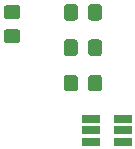
<source format=gbr>
G04 #@! TF.GenerationSoftware,KiCad,Pcbnew,5.0.2-bee76a0~70~ubuntu16.04.1*
G04 #@! TF.CreationDate,2019-11-30T17:31:12+01:00*
G04 #@! TF.ProjectId,bambule,62616d62-756c-4652-9e6b-696361645f70,rev?*
G04 #@! TF.SameCoordinates,Original*
G04 #@! TF.FileFunction,Paste,Top*
G04 #@! TF.FilePolarity,Positive*
%FSLAX46Y46*%
G04 Gerber Fmt 4.6, Leading zero omitted, Abs format (unit mm)*
G04 Created by KiCad (PCBNEW 5.0.2-bee76a0~70~ubuntu16.04.1) date Sat 30 Nov 2019 05:31:12 PM CET*
%MOMM*%
%LPD*%
G01*
G04 APERTURE LIST*
%ADD10C,0.100000*%
%ADD11C,1.150000*%
%ADD12R,1.560000X0.650000*%
G04 APERTURE END LIST*
D10*
G04 #@! TO.C,R1*
G36*
X76474505Y-100451204D02*
X76498773Y-100454804D01*
X76522572Y-100460765D01*
X76545671Y-100469030D01*
X76567850Y-100479520D01*
X76588893Y-100492132D01*
X76608599Y-100506747D01*
X76626777Y-100523223D01*
X76643253Y-100541401D01*
X76657868Y-100561107D01*
X76670480Y-100582150D01*
X76680970Y-100604329D01*
X76689235Y-100627428D01*
X76695196Y-100651227D01*
X76698796Y-100675495D01*
X76700000Y-100699999D01*
X76700000Y-101350001D01*
X76698796Y-101374505D01*
X76695196Y-101398773D01*
X76689235Y-101422572D01*
X76680970Y-101445671D01*
X76670480Y-101467850D01*
X76657868Y-101488893D01*
X76643253Y-101508599D01*
X76626777Y-101526777D01*
X76608599Y-101543253D01*
X76588893Y-101557868D01*
X76567850Y-101570480D01*
X76545671Y-101580970D01*
X76522572Y-101589235D01*
X76498773Y-101595196D01*
X76474505Y-101598796D01*
X76450001Y-101600000D01*
X75549999Y-101600000D01*
X75525495Y-101598796D01*
X75501227Y-101595196D01*
X75477428Y-101589235D01*
X75454329Y-101580970D01*
X75432150Y-101570480D01*
X75411107Y-101557868D01*
X75391401Y-101543253D01*
X75373223Y-101526777D01*
X75356747Y-101508599D01*
X75342132Y-101488893D01*
X75329520Y-101467850D01*
X75319030Y-101445671D01*
X75310765Y-101422572D01*
X75304804Y-101398773D01*
X75301204Y-101374505D01*
X75300000Y-101350001D01*
X75300000Y-100699999D01*
X75301204Y-100675495D01*
X75304804Y-100651227D01*
X75310765Y-100627428D01*
X75319030Y-100604329D01*
X75329520Y-100582150D01*
X75342132Y-100561107D01*
X75356747Y-100541401D01*
X75373223Y-100523223D01*
X75391401Y-100506747D01*
X75411107Y-100492132D01*
X75432150Y-100479520D01*
X75454329Y-100469030D01*
X75477428Y-100460765D01*
X75501227Y-100454804D01*
X75525495Y-100451204D01*
X75549999Y-100450000D01*
X76450001Y-100450000D01*
X76474505Y-100451204D01*
X76474505Y-100451204D01*
G37*
D11*
X76000000Y-101025000D03*
D10*
G36*
X76474505Y-98401204D02*
X76498773Y-98404804D01*
X76522572Y-98410765D01*
X76545671Y-98419030D01*
X76567850Y-98429520D01*
X76588893Y-98442132D01*
X76608599Y-98456747D01*
X76626777Y-98473223D01*
X76643253Y-98491401D01*
X76657868Y-98511107D01*
X76670480Y-98532150D01*
X76680970Y-98554329D01*
X76689235Y-98577428D01*
X76695196Y-98601227D01*
X76698796Y-98625495D01*
X76700000Y-98649999D01*
X76700000Y-99300001D01*
X76698796Y-99324505D01*
X76695196Y-99348773D01*
X76689235Y-99372572D01*
X76680970Y-99395671D01*
X76670480Y-99417850D01*
X76657868Y-99438893D01*
X76643253Y-99458599D01*
X76626777Y-99476777D01*
X76608599Y-99493253D01*
X76588893Y-99507868D01*
X76567850Y-99520480D01*
X76545671Y-99530970D01*
X76522572Y-99539235D01*
X76498773Y-99545196D01*
X76474505Y-99548796D01*
X76450001Y-99550000D01*
X75549999Y-99550000D01*
X75525495Y-99548796D01*
X75501227Y-99545196D01*
X75477428Y-99539235D01*
X75454329Y-99530970D01*
X75432150Y-99520480D01*
X75411107Y-99507868D01*
X75391401Y-99493253D01*
X75373223Y-99476777D01*
X75356747Y-99458599D01*
X75342132Y-99438893D01*
X75329520Y-99417850D01*
X75319030Y-99395671D01*
X75310765Y-99372572D01*
X75304804Y-99348773D01*
X75301204Y-99324505D01*
X75300000Y-99300001D01*
X75300000Y-98649999D01*
X75301204Y-98625495D01*
X75304804Y-98601227D01*
X75310765Y-98577428D01*
X75319030Y-98554329D01*
X75329520Y-98532150D01*
X75342132Y-98511107D01*
X75356747Y-98491401D01*
X75373223Y-98473223D01*
X75391401Y-98456747D01*
X75411107Y-98442132D01*
X75432150Y-98429520D01*
X75454329Y-98419030D01*
X75477428Y-98410765D01*
X75501227Y-98404804D01*
X75525495Y-98401204D01*
X75549999Y-98400000D01*
X76450001Y-98400000D01*
X76474505Y-98401204D01*
X76474505Y-98401204D01*
G37*
D11*
X76000000Y-98975000D03*
G04 #@! TD*
D10*
G04 #@! TO.C,R2*
G36*
X81324505Y-104301204D02*
X81348773Y-104304804D01*
X81372572Y-104310765D01*
X81395671Y-104319030D01*
X81417850Y-104329520D01*
X81438893Y-104342132D01*
X81458599Y-104356747D01*
X81476777Y-104373223D01*
X81493253Y-104391401D01*
X81507868Y-104411107D01*
X81520480Y-104432150D01*
X81530970Y-104454329D01*
X81539235Y-104477428D01*
X81545196Y-104501227D01*
X81548796Y-104525495D01*
X81550000Y-104549999D01*
X81550000Y-105450001D01*
X81548796Y-105474505D01*
X81545196Y-105498773D01*
X81539235Y-105522572D01*
X81530970Y-105545671D01*
X81520480Y-105567850D01*
X81507868Y-105588893D01*
X81493253Y-105608599D01*
X81476777Y-105626777D01*
X81458599Y-105643253D01*
X81438893Y-105657868D01*
X81417850Y-105670480D01*
X81395671Y-105680970D01*
X81372572Y-105689235D01*
X81348773Y-105695196D01*
X81324505Y-105698796D01*
X81300001Y-105700000D01*
X80649999Y-105700000D01*
X80625495Y-105698796D01*
X80601227Y-105695196D01*
X80577428Y-105689235D01*
X80554329Y-105680970D01*
X80532150Y-105670480D01*
X80511107Y-105657868D01*
X80491401Y-105643253D01*
X80473223Y-105626777D01*
X80456747Y-105608599D01*
X80442132Y-105588893D01*
X80429520Y-105567850D01*
X80419030Y-105545671D01*
X80410765Y-105522572D01*
X80404804Y-105498773D01*
X80401204Y-105474505D01*
X80400000Y-105450001D01*
X80400000Y-104549999D01*
X80401204Y-104525495D01*
X80404804Y-104501227D01*
X80410765Y-104477428D01*
X80419030Y-104454329D01*
X80429520Y-104432150D01*
X80442132Y-104411107D01*
X80456747Y-104391401D01*
X80473223Y-104373223D01*
X80491401Y-104356747D01*
X80511107Y-104342132D01*
X80532150Y-104329520D01*
X80554329Y-104319030D01*
X80577428Y-104310765D01*
X80601227Y-104304804D01*
X80625495Y-104301204D01*
X80649999Y-104300000D01*
X81300001Y-104300000D01*
X81324505Y-104301204D01*
X81324505Y-104301204D01*
G37*
D11*
X80975000Y-105000000D03*
D10*
G36*
X83374505Y-104301204D02*
X83398773Y-104304804D01*
X83422572Y-104310765D01*
X83445671Y-104319030D01*
X83467850Y-104329520D01*
X83488893Y-104342132D01*
X83508599Y-104356747D01*
X83526777Y-104373223D01*
X83543253Y-104391401D01*
X83557868Y-104411107D01*
X83570480Y-104432150D01*
X83580970Y-104454329D01*
X83589235Y-104477428D01*
X83595196Y-104501227D01*
X83598796Y-104525495D01*
X83600000Y-104549999D01*
X83600000Y-105450001D01*
X83598796Y-105474505D01*
X83595196Y-105498773D01*
X83589235Y-105522572D01*
X83580970Y-105545671D01*
X83570480Y-105567850D01*
X83557868Y-105588893D01*
X83543253Y-105608599D01*
X83526777Y-105626777D01*
X83508599Y-105643253D01*
X83488893Y-105657868D01*
X83467850Y-105670480D01*
X83445671Y-105680970D01*
X83422572Y-105689235D01*
X83398773Y-105695196D01*
X83374505Y-105698796D01*
X83350001Y-105700000D01*
X82699999Y-105700000D01*
X82675495Y-105698796D01*
X82651227Y-105695196D01*
X82627428Y-105689235D01*
X82604329Y-105680970D01*
X82582150Y-105670480D01*
X82561107Y-105657868D01*
X82541401Y-105643253D01*
X82523223Y-105626777D01*
X82506747Y-105608599D01*
X82492132Y-105588893D01*
X82479520Y-105567850D01*
X82469030Y-105545671D01*
X82460765Y-105522572D01*
X82454804Y-105498773D01*
X82451204Y-105474505D01*
X82450000Y-105450001D01*
X82450000Y-104549999D01*
X82451204Y-104525495D01*
X82454804Y-104501227D01*
X82460765Y-104477428D01*
X82469030Y-104454329D01*
X82479520Y-104432150D01*
X82492132Y-104411107D01*
X82506747Y-104391401D01*
X82523223Y-104373223D01*
X82541401Y-104356747D01*
X82561107Y-104342132D01*
X82582150Y-104329520D01*
X82604329Y-104319030D01*
X82627428Y-104310765D01*
X82651227Y-104304804D01*
X82675495Y-104301204D01*
X82699999Y-104300000D01*
X83350001Y-104300000D01*
X83374505Y-104301204D01*
X83374505Y-104301204D01*
G37*
D11*
X83025000Y-105000000D03*
G04 #@! TD*
D10*
G04 #@! TO.C,R3*
G36*
X83374505Y-101301204D02*
X83398773Y-101304804D01*
X83422572Y-101310765D01*
X83445671Y-101319030D01*
X83467850Y-101329520D01*
X83488893Y-101342132D01*
X83508599Y-101356747D01*
X83526777Y-101373223D01*
X83543253Y-101391401D01*
X83557868Y-101411107D01*
X83570480Y-101432150D01*
X83580970Y-101454329D01*
X83589235Y-101477428D01*
X83595196Y-101501227D01*
X83598796Y-101525495D01*
X83600000Y-101549999D01*
X83600000Y-102450001D01*
X83598796Y-102474505D01*
X83595196Y-102498773D01*
X83589235Y-102522572D01*
X83580970Y-102545671D01*
X83570480Y-102567850D01*
X83557868Y-102588893D01*
X83543253Y-102608599D01*
X83526777Y-102626777D01*
X83508599Y-102643253D01*
X83488893Y-102657868D01*
X83467850Y-102670480D01*
X83445671Y-102680970D01*
X83422572Y-102689235D01*
X83398773Y-102695196D01*
X83374505Y-102698796D01*
X83350001Y-102700000D01*
X82699999Y-102700000D01*
X82675495Y-102698796D01*
X82651227Y-102695196D01*
X82627428Y-102689235D01*
X82604329Y-102680970D01*
X82582150Y-102670480D01*
X82561107Y-102657868D01*
X82541401Y-102643253D01*
X82523223Y-102626777D01*
X82506747Y-102608599D01*
X82492132Y-102588893D01*
X82479520Y-102567850D01*
X82469030Y-102545671D01*
X82460765Y-102522572D01*
X82454804Y-102498773D01*
X82451204Y-102474505D01*
X82450000Y-102450001D01*
X82450000Y-101549999D01*
X82451204Y-101525495D01*
X82454804Y-101501227D01*
X82460765Y-101477428D01*
X82469030Y-101454329D01*
X82479520Y-101432150D01*
X82492132Y-101411107D01*
X82506747Y-101391401D01*
X82523223Y-101373223D01*
X82541401Y-101356747D01*
X82561107Y-101342132D01*
X82582150Y-101329520D01*
X82604329Y-101319030D01*
X82627428Y-101310765D01*
X82651227Y-101304804D01*
X82675495Y-101301204D01*
X82699999Y-101300000D01*
X83350001Y-101300000D01*
X83374505Y-101301204D01*
X83374505Y-101301204D01*
G37*
D11*
X83025000Y-102000000D03*
D10*
G36*
X81324505Y-101301204D02*
X81348773Y-101304804D01*
X81372572Y-101310765D01*
X81395671Y-101319030D01*
X81417850Y-101329520D01*
X81438893Y-101342132D01*
X81458599Y-101356747D01*
X81476777Y-101373223D01*
X81493253Y-101391401D01*
X81507868Y-101411107D01*
X81520480Y-101432150D01*
X81530970Y-101454329D01*
X81539235Y-101477428D01*
X81545196Y-101501227D01*
X81548796Y-101525495D01*
X81550000Y-101549999D01*
X81550000Y-102450001D01*
X81548796Y-102474505D01*
X81545196Y-102498773D01*
X81539235Y-102522572D01*
X81530970Y-102545671D01*
X81520480Y-102567850D01*
X81507868Y-102588893D01*
X81493253Y-102608599D01*
X81476777Y-102626777D01*
X81458599Y-102643253D01*
X81438893Y-102657868D01*
X81417850Y-102670480D01*
X81395671Y-102680970D01*
X81372572Y-102689235D01*
X81348773Y-102695196D01*
X81324505Y-102698796D01*
X81300001Y-102700000D01*
X80649999Y-102700000D01*
X80625495Y-102698796D01*
X80601227Y-102695196D01*
X80577428Y-102689235D01*
X80554329Y-102680970D01*
X80532150Y-102670480D01*
X80511107Y-102657868D01*
X80491401Y-102643253D01*
X80473223Y-102626777D01*
X80456747Y-102608599D01*
X80442132Y-102588893D01*
X80429520Y-102567850D01*
X80419030Y-102545671D01*
X80410765Y-102522572D01*
X80404804Y-102498773D01*
X80401204Y-102474505D01*
X80400000Y-102450001D01*
X80400000Y-101549999D01*
X80401204Y-101525495D01*
X80404804Y-101501227D01*
X80410765Y-101477428D01*
X80419030Y-101454329D01*
X80429520Y-101432150D01*
X80442132Y-101411107D01*
X80456747Y-101391401D01*
X80473223Y-101373223D01*
X80491401Y-101356747D01*
X80511107Y-101342132D01*
X80532150Y-101329520D01*
X80554329Y-101319030D01*
X80577428Y-101310765D01*
X80601227Y-101304804D01*
X80625495Y-101301204D01*
X80649999Y-101300000D01*
X81300001Y-101300000D01*
X81324505Y-101301204D01*
X81324505Y-101301204D01*
G37*
D11*
X80975000Y-102000000D03*
G04 #@! TD*
D12*
G04 #@! TO.C,U1*
X85350000Y-109950000D03*
X85350000Y-109000000D03*
X85350000Y-108050000D03*
X82650000Y-108050000D03*
X82650000Y-109950000D03*
X82650000Y-109000000D03*
G04 #@! TD*
D10*
G04 #@! TO.C,R4*
G36*
X81324505Y-98301204D02*
X81348773Y-98304804D01*
X81372572Y-98310765D01*
X81395671Y-98319030D01*
X81417850Y-98329520D01*
X81438893Y-98342132D01*
X81458599Y-98356747D01*
X81476777Y-98373223D01*
X81493253Y-98391401D01*
X81507868Y-98411107D01*
X81520480Y-98432150D01*
X81530970Y-98454329D01*
X81539235Y-98477428D01*
X81545196Y-98501227D01*
X81548796Y-98525495D01*
X81550000Y-98549999D01*
X81550000Y-99450001D01*
X81548796Y-99474505D01*
X81545196Y-99498773D01*
X81539235Y-99522572D01*
X81530970Y-99545671D01*
X81520480Y-99567850D01*
X81507868Y-99588893D01*
X81493253Y-99608599D01*
X81476777Y-99626777D01*
X81458599Y-99643253D01*
X81438893Y-99657868D01*
X81417850Y-99670480D01*
X81395671Y-99680970D01*
X81372572Y-99689235D01*
X81348773Y-99695196D01*
X81324505Y-99698796D01*
X81300001Y-99700000D01*
X80649999Y-99700000D01*
X80625495Y-99698796D01*
X80601227Y-99695196D01*
X80577428Y-99689235D01*
X80554329Y-99680970D01*
X80532150Y-99670480D01*
X80511107Y-99657868D01*
X80491401Y-99643253D01*
X80473223Y-99626777D01*
X80456747Y-99608599D01*
X80442132Y-99588893D01*
X80429520Y-99567850D01*
X80419030Y-99545671D01*
X80410765Y-99522572D01*
X80404804Y-99498773D01*
X80401204Y-99474505D01*
X80400000Y-99450001D01*
X80400000Y-98549999D01*
X80401204Y-98525495D01*
X80404804Y-98501227D01*
X80410765Y-98477428D01*
X80419030Y-98454329D01*
X80429520Y-98432150D01*
X80442132Y-98411107D01*
X80456747Y-98391401D01*
X80473223Y-98373223D01*
X80491401Y-98356747D01*
X80511107Y-98342132D01*
X80532150Y-98329520D01*
X80554329Y-98319030D01*
X80577428Y-98310765D01*
X80601227Y-98304804D01*
X80625495Y-98301204D01*
X80649999Y-98300000D01*
X81300001Y-98300000D01*
X81324505Y-98301204D01*
X81324505Y-98301204D01*
G37*
D11*
X80975000Y-99000000D03*
D10*
G36*
X83374505Y-98301204D02*
X83398773Y-98304804D01*
X83422572Y-98310765D01*
X83445671Y-98319030D01*
X83467850Y-98329520D01*
X83488893Y-98342132D01*
X83508599Y-98356747D01*
X83526777Y-98373223D01*
X83543253Y-98391401D01*
X83557868Y-98411107D01*
X83570480Y-98432150D01*
X83580970Y-98454329D01*
X83589235Y-98477428D01*
X83595196Y-98501227D01*
X83598796Y-98525495D01*
X83600000Y-98549999D01*
X83600000Y-99450001D01*
X83598796Y-99474505D01*
X83595196Y-99498773D01*
X83589235Y-99522572D01*
X83580970Y-99545671D01*
X83570480Y-99567850D01*
X83557868Y-99588893D01*
X83543253Y-99608599D01*
X83526777Y-99626777D01*
X83508599Y-99643253D01*
X83488893Y-99657868D01*
X83467850Y-99670480D01*
X83445671Y-99680970D01*
X83422572Y-99689235D01*
X83398773Y-99695196D01*
X83374505Y-99698796D01*
X83350001Y-99700000D01*
X82699999Y-99700000D01*
X82675495Y-99698796D01*
X82651227Y-99695196D01*
X82627428Y-99689235D01*
X82604329Y-99680970D01*
X82582150Y-99670480D01*
X82561107Y-99657868D01*
X82541401Y-99643253D01*
X82523223Y-99626777D01*
X82506747Y-99608599D01*
X82492132Y-99588893D01*
X82479520Y-99567850D01*
X82469030Y-99545671D01*
X82460765Y-99522572D01*
X82454804Y-99498773D01*
X82451204Y-99474505D01*
X82450000Y-99450001D01*
X82450000Y-98549999D01*
X82451204Y-98525495D01*
X82454804Y-98501227D01*
X82460765Y-98477428D01*
X82469030Y-98454329D01*
X82479520Y-98432150D01*
X82492132Y-98411107D01*
X82506747Y-98391401D01*
X82523223Y-98373223D01*
X82541401Y-98356747D01*
X82561107Y-98342132D01*
X82582150Y-98329520D01*
X82604329Y-98319030D01*
X82627428Y-98310765D01*
X82651227Y-98304804D01*
X82675495Y-98301204D01*
X82699999Y-98300000D01*
X83350001Y-98300000D01*
X83374505Y-98301204D01*
X83374505Y-98301204D01*
G37*
D11*
X83025000Y-99000000D03*
G04 #@! TD*
M02*

</source>
